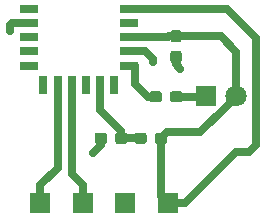
<source format=gbr>
G04 #@! TF.GenerationSoftware,KiCad,Pcbnew,(5.1.4)-1*
G04 #@! TF.CreationDate,2020-05-08T13:54:38-05:00*
G04 #@! TF.ProjectId,RN4871Board,524e3438-3731-4426-9f61-72642e6b6963,rev?*
G04 #@! TF.SameCoordinates,Original*
G04 #@! TF.FileFunction,Copper,L1,Top*
G04 #@! TF.FilePolarity,Positive*
%FSLAX46Y46*%
G04 Gerber Fmt 4.6, Leading zero omitted, Abs format (unit mm)*
G04 Created by KiCad (PCBNEW (5.1.4)-1) date 2020-05-08 13:54:38*
%MOMM*%
%LPD*%
G04 APERTURE LIST*
%ADD10R,0.700000X1.500000*%
%ADD11R,1.500000X0.700000*%
%ADD12C,0.100000*%
%ADD13C,0.950000*%
%ADD14C,1.800000*%
%ADD15R,1.800000X1.800000*%
%ADD16R,1.700000X1.700000*%
%ADD17C,0.450000*%
%ADD18C,0.635000*%
G04 APERTURE END LIST*
D10*
X130694601Y-96742001D03*
X129494601Y-96742001D03*
X128294601Y-96742001D03*
X127094601Y-96742001D03*
X125894601Y-96742001D03*
X124694601Y-96742001D03*
D11*
X131944601Y-90292001D03*
X131944601Y-91492001D03*
X131944601Y-92692001D03*
X131944601Y-93892001D03*
X131944601Y-95092001D03*
X123444601Y-90292001D03*
X123444601Y-91492001D03*
X123444601Y-92692001D03*
X123444601Y-93892001D03*
X123444601Y-95092001D03*
D12*
G36*
X129853379Y-100770544D02*
G01*
X129876434Y-100773963D01*
X129899043Y-100779627D01*
X129920987Y-100787479D01*
X129942057Y-100797444D01*
X129962048Y-100809426D01*
X129980768Y-100823310D01*
X129998038Y-100838962D01*
X130013690Y-100856232D01*
X130027574Y-100874952D01*
X130039556Y-100894943D01*
X130049521Y-100916013D01*
X130057373Y-100937957D01*
X130063037Y-100960566D01*
X130066456Y-100983621D01*
X130067600Y-101006900D01*
X130067600Y-101481900D01*
X130066456Y-101505179D01*
X130063037Y-101528234D01*
X130057373Y-101550843D01*
X130049521Y-101572787D01*
X130039556Y-101593857D01*
X130027574Y-101613848D01*
X130013690Y-101632568D01*
X129998038Y-101649838D01*
X129980768Y-101665490D01*
X129962048Y-101679374D01*
X129942057Y-101691356D01*
X129920987Y-101701321D01*
X129899043Y-101709173D01*
X129876434Y-101714837D01*
X129853379Y-101718256D01*
X129830100Y-101719400D01*
X129255100Y-101719400D01*
X129231821Y-101718256D01*
X129208766Y-101714837D01*
X129186157Y-101709173D01*
X129164213Y-101701321D01*
X129143143Y-101691356D01*
X129123152Y-101679374D01*
X129104432Y-101665490D01*
X129087162Y-101649838D01*
X129071510Y-101632568D01*
X129057626Y-101613848D01*
X129045644Y-101593857D01*
X129035679Y-101572787D01*
X129027827Y-101550843D01*
X129022163Y-101528234D01*
X129018744Y-101505179D01*
X129017600Y-101481900D01*
X129017600Y-101006900D01*
X129018744Y-100983621D01*
X129022163Y-100960566D01*
X129027827Y-100937957D01*
X129035679Y-100916013D01*
X129045644Y-100894943D01*
X129057626Y-100874952D01*
X129071510Y-100856232D01*
X129087162Y-100838962D01*
X129104432Y-100823310D01*
X129123152Y-100809426D01*
X129143143Y-100797444D01*
X129164213Y-100787479D01*
X129186157Y-100779627D01*
X129208766Y-100773963D01*
X129231821Y-100770544D01*
X129255100Y-100769400D01*
X129830100Y-100769400D01*
X129853379Y-100770544D01*
X129853379Y-100770544D01*
G37*
D13*
X129542600Y-101244400D03*
D12*
G36*
X131603379Y-100770544D02*
G01*
X131626434Y-100773963D01*
X131649043Y-100779627D01*
X131670987Y-100787479D01*
X131692057Y-100797444D01*
X131712048Y-100809426D01*
X131730768Y-100823310D01*
X131748038Y-100838962D01*
X131763690Y-100856232D01*
X131777574Y-100874952D01*
X131789556Y-100894943D01*
X131799521Y-100916013D01*
X131807373Y-100937957D01*
X131813037Y-100960566D01*
X131816456Y-100983621D01*
X131817600Y-101006900D01*
X131817600Y-101481900D01*
X131816456Y-101505179D01*
X131813037Y-101528234D01*
X131807373Y-101550843D01*
X131799521Y-101572787D01*
X131789556Y-101593857D01*
X131777574Y-101613848D01*
X131763690Y-101632568D01*
X131748038Y-101649838D01*
X131730768Y-101665490D01*
X131712048Y-101679374D01*
X131692057Y-101691356D01*
X131670987Y-101701321D01*
X131649043Y-101709173D01*
X131626434Y-101714837D01*
X131603379Y-101718256D01*
X131580100Y-101719400D01*
X131005100Y-101719400D01*
X130981821Y-101718256D01*
X130958766Y-101714837D01*
X130936157Y-101709173D01*
X130914213Y-101701321D01*
X130893143Y-101691356D01*
X130873152Y-101679374D01*
X130854432Y-101665490D01*
X130837162Y-101649838D01*
X130821510Y-101632568D01*
X130807626Y-101613848D01*
X130795644Y-101593857D01*
X130785679Y-101572787D01*
X130777827Y-101550843D01*
X130772163Y-101528234D01*
X130768744Y-101505179D01*
X130767600Y-101481900D01*
X130767600Y-101006900D01*
X130768744Y-100983621D01*
X130772163Y-100960566D01*
X130777827Y-100937957D01*
X130785679Y-100916013D01*
X130795644Y-100894943D01*
X130807626Y-100874952D01*
X130821510Y-100856232D01*
X130837162Y-100838962D01*
X130854432Y-100823310D01*
X130873152Y-100809426D01*
X130893143Y-100797444D01*
X130914213Y-100787479D01*
X130936157Y-100779627D01*
X130958766Y-100773963D01*
X130981821Y-100770544D01*
X131005100Y-100769400D01*
X131580100Y-100769400D01*
X131603379Y-100770544D01*
X131603379Y-100770544D01*
G37*
D13*
X131292600Y-101244400D03*
D12*
G36*
X136176179Y-93823144D02*
G01*
X136199234Y-93826563D01*
X136221843Y-93832227D01*
X136243787Y-93840079D01*
X136264857Y-93850044D01*
X136284848Y-93862026D01*
X136303568Y-93875910D01*
X136320838Y-93891562D01*
X136336490Y-93908832D01*
X136350374Y-93927552D01*
X136362356Y-93947543D01*
X136372321Y-93968613D01*
X136380173Y-93990557D01*
X136385837Y-94013166D01*
X136389256Y-94036221D01*
X136390400Y-94059500D01*
X136390400Y-94634500D01*
X136389256Y-94657779D01*
X136385837Y-94680834D01*
X136380173Y-94703443D01*
X136372321Y-94725387D01*
X136362356Y-94746457D01*
X136350374Y-94766448D01*
X136336490Y-94785168D01*
X136320838Y-94802438D01*
X136303568Y-94818090D01*
X136284848Y-94831974D01*
X136264857Y-94843956D01*
X136243787Y-94853921D01*
X136221843Y-94861773D01*
X136199234Y-94867437D01*
X136176179Y-94870856D01*
X136152900Y-94872000D01*
X135677900Y-94872000D01*
X135654621Y-94870856D01*
X135631566Y-94867437D01*
X135608957Y-94861773D01*
X135587013Y-94853921D01*
X135565943Y-94843956D01*
X135545952Y-94831974D01*
X135527232Y-94818090D01*
X135509962Y-94802438D01*
X135494310Y-94785168D01*
X135480426Y-94766448D01*
X135468444Y-94746457D01*
X135458479Y-94725387D01*
X135450627Y-94703443D01*
X135444963Y-94680834D01*
X135441544Y-94657779D01*
X135440400Y-94634500D01*
X135440400Y-94059500D01*
X135441544Y-94036221D01*
X135444963Y-94013166D01*
X135450627Y-93990557D01*
X135458479Y-93968613D01*
X135468444Y-93947543D01*
X135480426Y-93927552D01*
X135494310Y-93908832D01*
X135509962Y-93891562D01*
X135527232Y-93875910D01*
X135545952Y-93862026D01*
X135565943Y-93850044D01*
X135587013Y-93840079D01*
X135608957Y-93832227D01*
X135631566Y-93826563D01*
X135654621Y-93823144D01*
X135677900Y-93822000D01*
X136152900Y-93822000D01*
X136176179Y-93823144D01*
X136176179Y-93823144D01*
G37*
D13*
X135915400Y-94347000D03*
D12*
G36*
X136176179Y-92073144D02*
G01*
X136199234Y-92076563D01*
X136221843Y-92082227D01*
X136243787Y-92090079D01*
X136264857Y-92100044D01*
X136284848Y-92112026D01*
X136303568Y-92125910D01*
X136320838Y-92141562D01*
X136336490Y-92158832D01*
X136350374Y-92177552D01*
X136362356Y-92197543D01*
X136372321Y-92218613D01*
X136380173Y-92240557D01*
X136385837Y-92263166D01*
X136389256Y-92286221D01*
X136390400Y-92309500D01*
X136390400Y-92884500D01*
X136389256Y-92907779D01*
X136385837Y-92930834D01*
X136380173Y-92953443D01*
X136372321Y-92975387D01*
X136362356Y-92996457D01*
X136350374Y-93016448D01*
X136336490Y-93035168D01*
X136320838Y-93052438D01*
X136303568Y-93068090D01*
X136284848Y-93081974D01*
X136264857Y-93093956D01*
X136243787Y-93103921D01*
X136221843Y-93111773D01*
X136199234Y-93117437D01*
X136176179Y-93120856D01*
X136152900Y-93122000D01*
X135677900Y-93122000D01*
X135654621Y-93120856D01*
X135631566Y-93117437D01*
X135608957Y-93111773D01*
X135587013Y-93103921D01*
X135565943Y-93093956D01*
X135545952Y-93081974D01*
X135527232Y-93068090D01*
X135509962Y-93052438D01*
X135494310Y-93035168D01*
X135480426Y-93016448D01*
X135468444Y-92996457D01*
X135458479Y-92975387D01*
X135450627Y-92953443D01*
X135444963Y-92930834D01*
X135441544Y-92907779D01*
X135440400Y-92884500D01*
X135440400Y-92309500D01*
X135441544Y-92286221D01*
X135444963Y-92263166D01*
X135450627Y-92240557D01*
X135458479Y-92218613D01*
X135468444Y-92197543D01*
X135480426Y-92177552D01*
X135494310Y-92158832D01*
X135509962Y-92141562D01*
X135527232Y-92125910D01*
X135545952Y-92112026D01*
X135565943Y-92100044D01*
X135587013Y-92090079D01*
X135608957Y-92082227D01*
X135631566Y-92076563D01*
X135654621Y-92073144D01*
X135677900Y-92072000D01*
X136152900Y-92072000D01*
X136176179Y-92073144D01*
X136176179Y-92073144D01*
G37*
D13*
X135915400Y-92597000D03*
D14*
X141020800Y-97663000D03*
D15*
X138480800Y-97663000D03*
D16*
X131622800Y-106705400D03*
X124434600Y-106705400D03*
X128041400Y-106705400D03*
X135204200Y-106705400D03*
D12*
G36*
X136237579Y-97265344D02*
G01*
X136260634Y-97268763D01*
X136283243Y-97274427D01*
X136305187Y-97282279D01*
X136326257Y-97292244D01*
X136346248Y-97304226D01*
X136364968Y-97318110D01*
X136382238Y-97333762D01*
X136397890Y-97351032D01*
X136411774Y-97369752D01*
X136423756Y-97389743D01*
X136433721Y-97410813D01*
X136441573Y-97432757D01*
X136447237Y-97455366D01*
X136450656Y-97478421D01*
X136451800Y-97501700D01*
X136451800Y-97976700D01*
X136450656Y-97999979D01*
X136447237Y-98023034D01*
X136441573Y-98045643D01*
X136433721Y-98067587D01*
X136423756Y-98088657D01*
X136411774Y-98108648D01*
X136397890Y-98127368D01*
X136382238Y-98144638D01*
X136364968Y-98160290D01*
X136346248Y-98174174D01*
X136326257Y-98186156D01*
X136305187Y-98196121D01*
X136283243Y-98203973D01*
X136260634Y-98209637D01*
X136237579Y-98213056D01*
X136214300Y-98214200D01*
X135639300Y-98214200D01*
X135616021Y-98213056D01*
X135592966Y-98209637D01*
X135570357Y-98203973D01*
X135548413Y-98196121D01*
X135527343Y-98186156D01*
X135507352Y-98174174D01*
X135488632Y-98160290D01*
X135471362Y-98144638D01*
X135455710Y-98127368D01*
X135441826Y-98108648D01*
X135429844Y-98088657D01*
X135419879Y-98067587D01*
X135412027Y-98045643D01*
X135406363Y-98023034D01*
X135402944Y-97999979D01*
X135401800Y-97976700D01*
X135401800Y-97501700D01*
X135402944Y-97478421D01*
X135406363Y-97455366D01*
X135412027Y-97432757D01*
X135419879Y-97410813D01*
X135429844Y-97389743D01*
X135441826Y-97369752D01*
X135455710Y-97351032D01*
X135471362Y-97333762D01*
X135488632Y-97318110D01*
X135507352Y-97304226D01*
X135527343Y-97292244D01*
X135548413Y-97282279D01*
X135570357Y-97274427D01*
X135592966Y-97268763D01*
X135616021Y-97265344D01*
X135639300Y-97264200D01*
X136214300Y-97264200D01*
X136237579Y-97265344D01*
X136237579Y-97265344D01*
G37*
D13*
X135926800Y-97739200D03*
D12*
G36*
X134487579Y-97265344D02*
G01*
X134510634Y-97268763D01*
X134533243Y-97274427D01*
X134555187Y-97282279D01*
X134576257Y-97292244D01*
X134596248Y-97304226D01*
X134614968Y-97318110D01*
X134632238Y-97333762D01*
X134647890Y-97351032D01*
X134661774Y-97369752D01*
X134673756Y-97389743D01*
X134683721Y-97410813D01*
X134691573Y-97432757D01*
X134697237Y-97455366D01*
X134700656Y-97478421D01*
X134701800Y-97501700D01*
X134701800Y-97976700D01*
X134700656Y-97999979D01*
X134697237Y-98023034D01*
X134691573Y-98045643D01*
X134683721Y-98067587D01*
X134673756Y-98088657D01*
X134661774Y-98108648D01*
X134647890Y-98127368D01*
X134632238Y-98144638D01*
X134614968Y-98160290D01*
X134596248Y-98174174D01*
X134576257Y-98186156D01*
X134555187Y-98196121D01*
X134533243Y-98203973D01*
X134510634Y-98209637D01*
X134487579Y-98213056D01*
X134464300Y-98214200D01*
X133889300Y-98214200D01*
X133866021Y-98213056D01*
X133842966Y-98209637D01*
X133820357Y-98203973D01*
X133798413Y-98196121D01*
X133777343Y-98186156D01*
X133757352Y-98174174D01*
X133738632Y-98160290D01*
X133721362Y-98144638D01*
X133705710Y-98127368D01*
X133691826Y-98108648D01*
X133679844Y-98088657D01*
X133669879Y-98067587D01*
X133662027Y-98045643D01*
X133656363Y-98023034D01*
X133652944Y-97999979D01*
X133651800Y-97976700D01*
X133651800Y-97501700D01*
X133652944Y-97478421D01*
X133656363Y-97455366D01*
X133662027Y-97432757D01*
X133669879Y-97410813D01*
X133679844Y-97389743D01*
X133691826Y-97369752D01*
X133705710Y-97351032D01*
X133721362Y-97333762D01*
X133738632Y-97318110D01*
X133757352Y-97304226D01*
X133777343Y-97292244D01*
X133798413Y-97282279D01*
X133820357Y-97274427D01*
X133842966Y-97268763D01*
X133866021Y-97265344D01*
X133889300Y-97264200D01*
X134464300Y-97264200D01*
X134487579Y-97265344D01*
X134487579Y-97265344D01*
G37*
D13*
X134176800Y-97739200D03*
D12*
G36*
X133217579Y-100770544D02*
G01*
X133240634Y-100773963D01*
X133263243Y-100779627D01*
X133285187Y-100787479D01*
X133306257Y-100797444D01*
X133326248Y-100809426D01*
X133344968Y-100823310D01*
X133362238Y-100838962D01*
X133377890Y-100856232D01*
X133391774Y-100874952D01*
X133403756Y-100894943D01*
X133413721Y-100916013D01*
X133421573Y-100937957D01*
X133427237Y-100960566D01*
X133430656Y-100983621D01*
X133431800Y-101006900D01*
X133431800Y-101481900D01*
X133430656Y-101505179D01*
X133427237Y-101528234D01*
X133421573Y-101550843D01*
X133413721Y-101572787D01*
X133403756Y-101593857D01*
X133391774Y-101613848D01*
X133377890Y-101632568D01*
X133362238Y-101649838D01*
X133344968Y-101665490D01*
X133326248Y-101679374D01*
X133306257Y-101691356D01*
X133285187Y-101701321D01*
X133263243Y-101709173D01*
X133240634Y-101714837D01*
X133217579Y-101718256D01*
X133194300Y-101719400D01*
X132619300Y-101719400D01*
X132596021Y-101718256D01*
X132572966Y-101714837D01*
X132550357Y-101709173D01*
X132528413Y-101701321D01*
X132507343Y-101691356D01*
X132487352Y-101679374D01*
X132468632Y-101665490D01*
X132451362Y-101649838D01*
X132435710Y-101632568D01*
X132421826Y-101613848D01*
X132409844Y-101593857D01*
X132399879Y-101572787D01*
X132392027Y-101550843D01*
X132386363Y-101528234D01*
X132382944Y-101505179D01*
X132381800Y-101481900D01*
X132381800Y-101006900D01*
X132382944Y-100983621D01*
X132386363Y-100960566D01*
X132392027Y-100937957D01*
X132399879Y-100916013D01*
X132409844Y-100894943D01*
X132421826Y-100874952D01*
X132435710Y-100856232D01*
X132451362Y-100838962D01*
X132468632Y-100823310D01*
X132487352Y-100809426D01*
X132507343Y-100797444D01*
X132528413Y-100787479D01*
X132550357Y-100779627D01*
X132572966Y-100773963D01*
X132596021Y-100770544D01*
X132619300Y-100769400D01*
X133194300Y-100769400D01*
X133217579Y-100770544D01*
X133217579Y-100770544D01*
G37*
D13*
X132906800Y-101244400D03*
D12*
G36*
X134967579Y-100770544D02*
G01*
X134990634Y-100773963D01*
X135013243Y-100779627D01*
X135035187Y-100787479D01*
X135056257Y-100797444D01*
X135076248Y-100809426D01*
X135094968Y-100823310D01*
X135112238Y-100838962D01*
X135127890Y-100856232D01*
X135141774Y-100874952D01*
X135153756Y-100894943D01*
X135163721Y-100916013D01*
X135171573Y-100937957D01*
X135177237Y-100960566D01*
X135180656Y-100983621D01*
X135181800Y-101006900D01*
X135181800Y-101481900D01*
X135180656Y-101505179D01*
X135177237Y-101528234D01*
X135171573Y-101550843D01*
X135163721Y-101572787D01*
X135153756Y-101593857D01*
X135141774Y-101613848D01*
X135127890Y-101632568D01*
X135112238Y-101649838D01*
X135094968Y-101665490D01*
X135076248Y-101679374D01*
X135056257Y-101691356D01*
X135035187Y-101701321D01*
X135013243Y-101709173D01*
X134990634Y-101714837D01*
X134967579Y-101718256D01*
X134944300Y-101719400D01*
X134369300Y-101719400D01*
X134346021Y-101718256D01*
X134322966Y-101714837D01*
X134300357Y-101709173D01*
X134278413Y-101701321D01*
X134257343Y-101691356D01*
X134237352Y-101679374D01*
X134218632Y-101665490D01*
X134201362Y-101649838D01*
X134185710Y-101632568D01*
X134171826Y-101613848D01*
X134159844Y-101593857D01*
X134149879Y-101572787D01*
X134142027Y-101550843D01*
X134136363Y-101528234D01*
X134132944Y-101505179D01*
X134131800Y-101481900D01*
X134131800Y-101006900D01*
X134132944Y-100983621D01*
X134136363Y-100960566D01*
X134142027Y-100937957D01*
X134149879Y-100916013D01*
X134159844Y-100894943D01*
X134171826Y-100874952D01*
X134185710Y-100856232D01*
X134201362Y-100838962D01*
X134218632Y-100823310D01*
X134237352Y-100809426D01*
X134257343Y-100797444D01*
X134278413Y-100787479D01*
X134300357Y-100779627D01*
X134322966Y-100773963D01*
X134346021Y-100770544D01*
X134369300Y-100769400D01*
X134944300Y-100769400D01*
X134967579Y-100770544D01*
X134967579Y-100770544D01*
G37*
D13*
X134656800Y-101244400D03*
D17*
X133934200Y-94818200D03*
X121869200Y-92125800D03*
X136296400Y-95353000D03*
X128847600Y-102514400D03*
D18*
X133329601Y-93892001D02*
X133934200Y-94496600D01*
X131944601Y-93892001D02*
X133329601Y-93892001D01*
X133934200Y-94496600D02*
X133934200Y-94818200D01*
X122059601Y-91492001D02*
X121869200Y-91682402D01*
X123444601Y-91492001D02*
X122059601Y-91492001D01*
X121869200Y-91682402D02*
X121869200Y-92125800D01*
X135915400Y-94972000D02*
X136296400Y-95353000D01*
X135915400Y-94347000D02*
X135915400Y-94972000D01*
X129542600Y-101819400D02*
X128847600Y-102514400D01*
X129542600Y-101244400D02*
X129542600Y-101819400D01*
X132906800Y-101244400D02*
X131292600Y-101244400D01*
X131292600Y-100669400D02*
X129494601Y-98871401D01*
X131292600Y-101244400D02*
X131292600Y-100669400D01*
X129494601Y-98871401D02*
X129494601Y-97066110D01*
X140120801Y-98562999D02*
X141020800Y-97663000D01*
X137938472Y-100745328D02*
X140120801Y-98562999D01*
X135155872Y-100745328D02*
X137938472Y-100745328D01*
X134656800Y-101244400D02*
X135155872Y-100745328D01*
X134656800Y-106158000D02*
X135204200Y-106705400D01*
X134656800Y-101244400D02*
X134656800Y-106158000D01*
X141020800Y-97663000D02*
X141020800Y-93903800D01*
X141020800Y-93903800D02*
X139714000Y-92597000D01*
X135245399Y-92692001D02*
X132448310Y-92692001D01*
X135915400Y-92597000D02*
X135340400Y-92597000D01*
X135340400Y-92597000D02*
X135245399Y-92692001D01*
X138746200Y-92597000D02*
X135915400Y-92597000D01*
X139714000Y-92597000D02*
X138746200Y-92597000D01*
X136689200Y-106705400D02*
X141007200Y-102387400D01*
X135204200Y-106705400D02*
X136689200Y-106705400D01*
X141007200Y-102387400D02*
X142113000Y-102387400D01*
X142113000Y-102387400D02*
X142697200Y-101803200D01*
X142697200Y-101803200D02*
X142697200Y-92760800D01*
X140228401Y-90292001D02*
X131944601Y-90292001D01*
X142697200Y-92760800D02*
X140228401Y-90292001D01*
X138404600Y-97739200D02*
X138480800Y-97663000D01*
X135926800Y-97739200D02*
X138404600Y-97739200D01*
X125894601Y-103760399D02*
X125894601Y-97066110D01*
X124434600Y-106705400D02*
X124434600Y-105220400D01*
X124434600Y-105220400D02*
X125894601Y-103760399D01*
X127094601Y-104273601D02*
X127094601Y-97066110D01*
X128041400Y-106705400D02*
X128041400Y-105220400D01*
X128041400Y-105220400D02*
X127094601Y-104273601D01*
X132448310Y-96635710D02*
X132448310Y-95092001D01*
X134176800Y-97739200D02*
X133551800Y-97739200D01*
X133551800Y-97739200D02*
X132448310Y-96635710D01*
M02*

</source>
